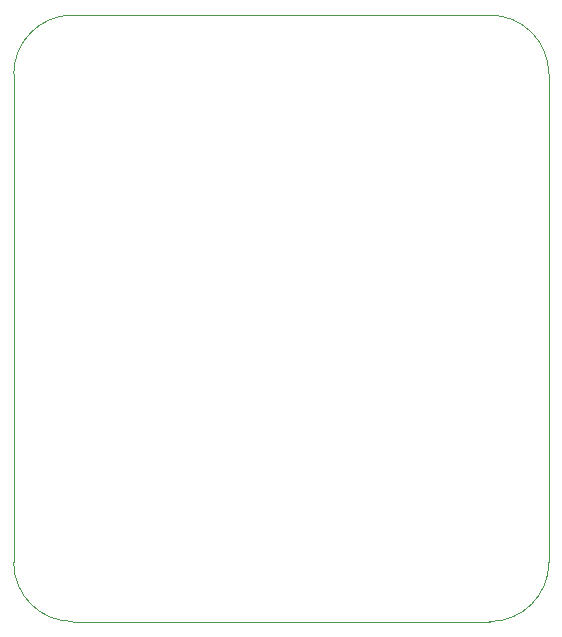
<source format=gbr>
%TF.GenerationSoftware,KiCad,Pcbnew,8.0.5*%
%TF.CreationDate,2025-06-15T17:11:27+02:00*%
%TF.ProjectId,leds,6c656473-2e6b-4696-9361-645f70636258,rev?*%
%TF.SameCoordinates,Original*%
%TF.FileFunction,Profile,NP*%
%FSLAX46Y46*%
G04 Gerber Fmt 4.6, Leading zero omitted, Abs format (unit mm)*
G04 Created by KiCad (PCBNEW 8.0.5) date 2025-06-15 17:11:27*
%MOMM*%
%LPD*%
G01*
G04 APERTURE LIST*
%TA.AperFunction,Profile*%
%ADD10C,0.050000*%
%TD*%
G04 APERTURE END LIST*
D10*
X69120000Y-62360000D02*
G75*
G02*
X64120000Y-67360000I-5000000J0D01*
G01*
X69120000Y-21010000D02*
X69120000Y-62360000D01*
X23810000Y-21010000D02*
G75*
G02*
X28810000Y-16010000I5000000J0D01*
G01*
X28810000Y-67360000D02*
G75*
G02*
X23810000Y-62360000I0J5000000D01*
G01*
X28810000Y-16010000D02*
X64120000Y-16010000D01*
X23810000Y-62360000D02*
X23810000Y-21010000D01*
X64120000Y-67360000D02*
X28810000Y-67360000D01*
X64120000Y-16010000D02*
G75*
G02*
X69120000Y-21010000I0J-5000000D01*
G01*
M02*

</source>
